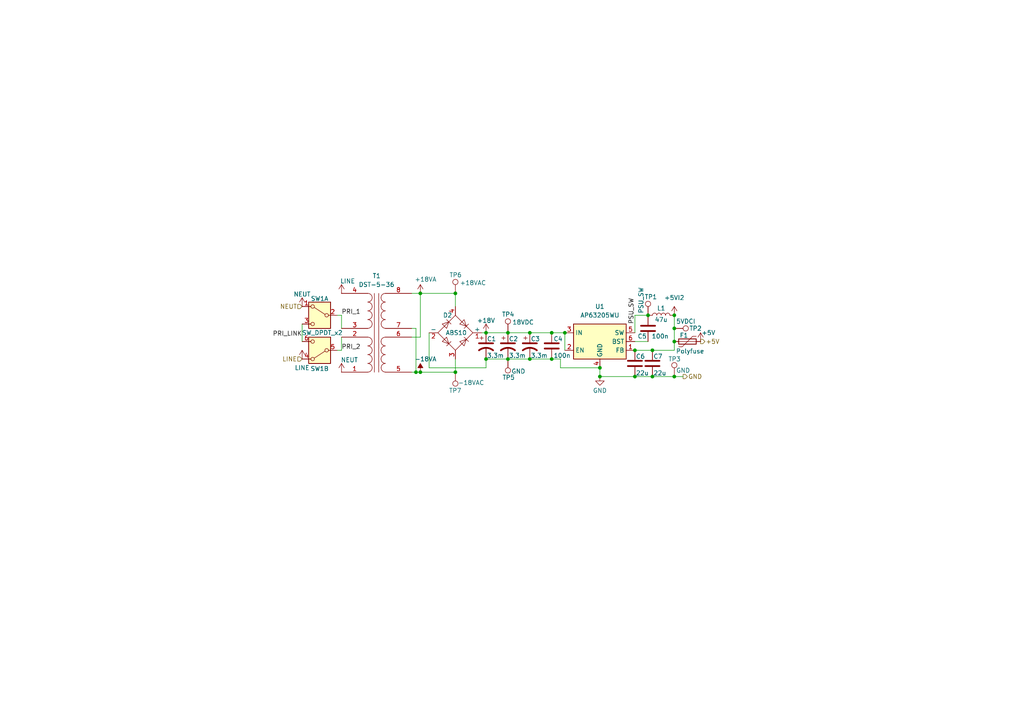
<source format=kicad_sch>
(kicad_sch (version 20231120) (generator "eeschema") (generator_version "8.0")
  (paper "A4")
  (lib_symbols
    (symbol "Connector:TestPoint" (pin_numbers hide) (pin_names (offset 0.762) hide)
      (property "Reference" "TP" (at 0 6.858 0))
      (property "Value" "TestPoint" (at 0 5.08 0))
      (symbol "TestPoint_0_1"
        (circle (center 0 3.302) (radius 0.762))
      )
      (symbol "TestPoint_1_1"
        (pin passive line (at 0 0 90) (length 2.54) (name "1") (number "1"))
      )
    )
    (symbol "Device:C" (pin_numbers hide) (pin_names (offset 0.254))
      (property "Reference" "C" (at 0.635 2.54 0))
      (property "Value" "C" (at 0.635 -2.54 0))
      (symbol "C_0_1"
        (polyline (pts (xy -2.032 -0.762) (xy 2.032 -0.762)) (stroke (width 0.508)))
        (polyline (pts (xy -2.032 0.762) (xy 2.032 0.762)) (stroke (width 0.508)))
      )
      (symbol "C_1_1"
        (pin passive line (at 0 3.81 270) (length 2.794) (name "~") (number "1"))
        (pin passive line (at 0 -3.81 90) (length 2.794) (name "~") (number "2"))
      )
    )
    (symbol "Device:C_Polarized_US" (pin_numbers hide) (pin_names (offset 0.254) hide)
      (property "Reference" "C" (at 0.635 2.54 0))
      (property "Value" "C_Polarized_US" (at 0.635 -2.54 0))
      (symbol "C_Polarized_US_0_1"
        (polyline (pts (xy -2.032 0.762) (xy 2.032 0.762)) (stroke (width 0.508)))
        (polyline (pts (xy -1.778 2.286) (xy -0.762 2.286)))
        (polyline (pts (xy -1.27 1.778) (xy -1.27 2.794)))
        (arc (start 2.032 -1.27) (mid 0 -0.5572) (end -2.032 -1.27) (stroke (width 0.508)))
      )
      (symbol "C_Polarized_US_1_1"
        (pin passive line (at 0 3.81 270) (length 2.794) (name "~") (number "1"))
        (pin passive line (at 0 -3.81 90) (length 3.302) (name "~") (number "2"))
      )
    )
    (symbol "Device:L" (pin_numbers hide) (pin_names (offset 1.016) hide)
      (property "Reference" "L" (at -1.27 0 90))
      (property "Value" "L" (at 1.905 0 90))
      (symbol "L_0_1"
        (arc (start 0 -2.54) (mid 0.6323 -1.905) (end 0 -1.27))
        (arc (start 0 -1.27) (mid 0.6323 -0.635) (end 0 0))
        (arc (start 0 0) (mid 0.6323 0.635) (end 0 1.27))
        (arc (start 0 1.27) (mid 0.6323 1.905) (end 0 2.54))
      )
      (symbol "L_1_1"
        (pin passive line (at 0 3.81 270) (length 1.27) (name "1") (number "1"))
        (pin passive line (at 0 -3.81 90) (length 1.27) (name "2") (number "2"))
      )
    )
    (symbol "Device:Polyfuse" (pin_numbers hide) (pin_names (offset 0))
      (property "Reference" "F" (at -2.54 0 90))
      (property "Value" "Polyfuse" (at 2.54 0 90))
      (symbol "Polyfuse_0_1"
        (rectangle (start -0.762 2.54) (end 0.762 -2.54) (stroke (width 0.254)))
        (polyline (pts (xy 0 2.54) (xy 0 -2.54)))
        (polyline (pts (xy -1.524 2.54) (xy -1.524 1.524) (xy 1.524 -1.524) (xy 1.524 -2.54)))
      )
      (symbol "Polyfuse_1_1"
        (pin passive line (at 0 3.81 270) (length 1.27) (name "~") (number "1"))
        (pin passive line (at 0 -3.81 90) (length 1.27) (name "~") (number "2"))
      )
    )
    (symbol "Diode_Bridge:ABS10" (pin_names (offset 0))
      (property "Reference" "D" (at 2.54 6.985 0))
      (property "Value" "ABS10" (at 2.54 5.08 0))
      (symbol "ABS10_0_1"
        (polyline (pts (xy -2.54 3.81) (xy -1.27 2.54)))
        (polyline (pts (xy -1.27 -2.54) (xy -2.54 -3.81)))
        (polyline (pts (xy 2.54 -1.27) (xy 3.81 -2.54)))
        (polyline (pts (xy 2.54 1.27) (xy 3.81 2.54)))
        (polyline (pts (xy -3.81 2.54) (xy -2.54 1.27) (xy -1.905 3.175) (xy -3.81 2.54)))
        (polyline (pts (xy -2.54 -1.27) (xy -3.81 -2.54) (xy -1.905 -3.175) (xy -2.54 -1.27)))
        (polyline (pts (xy 1.27 2.54) (xy 2.54 3.81) (xy 3.175 1.905) (xy 1.27 2.54)))
        (polyline (pts (xy 3.175 -1.905) (xy 1.27 -2.54) (xy 2.54 -3.81) (xy 3.175 -1.905)))
        (polyline (pts (xy -5.08 0) (xy 0 -5.08) (xy 5.08 0) (xy 0 5.08) (xy -5.08 0)))
      )
      (symbol "ABS10_1_1"
        (pin passive line (at 7.62 0 180) (length 2.54) (name "+") (number "1"))
        (pin passive line (at -7.62 0 0) (length 2.54) (name "-") (number "2"))
        (pin passive line (at 0 -7.62 90) (length 2.54) (name "~") (number "3"))
        (pin passive line (at 0 7.62 270) (length 2.54) (name "~") (number "4"))
      )
    )
    (symbol "Regulator_Switching:AP63205WU"
      (property "Reference" "U" (at -7.62 6.35 0))
      (property "Value" "AP63205WU" (at 2.54 6.35 0))
      (symbol "AP63205WU_0_1"
        (rectangle (start -7.62 5.08) (end 7.62 -5.08) (stroke (width 0.254)) (fill (type background)))
      )
      (symbol "AP63205WU_1_1"
        (pin input line (at 10.16 -2.54 180) (length 2.54) (name "FB") (number "1"))
        (pin input line (at -10.16 -2.54 0) (length 2.54) (name "EN") (number "2"))
        (pin power_in line (at -10.16 2.54 0) (length 2.54) (name "IN") (number "3"))
        (pin power_in line (at 0 -7.62 90) (length 2.54) (name "GND") (number "4"))
        (pin output line (at 10.16 2.54 180) (length 2.54) (name "SW") (number "5"))
        (pin passive line (at 10.16 0 180) (length 2.54) (name "BST") (number "6"))
      )
    )
    (symbol "Switch:SW_DPDT_x2" (pin_names (offset 0) hide)
      (property "Reference" "SW" (at 0 5.08 0))
      (property "Value" "SW_DPDT_x2" (at 0 -5.08 0))
      (symbol "SW_DPDT_x2_0_0"
        (circle (center -2.032 0) (radius 0.508))
        (circle (center 2.032 -2.54) (radius 0.508))
      )
      (symbol "SW_DPDT_x2_0_1"
        (rectangle (start -3.175 3.81) (end 3.175 -3.81) (stroke (width 0.254)) (fill (type background)))
        (polyline (pts (xy -1.524 0.254) (xy 1.5748 2.286)))
        (circle (center 2.032 2.54) (radius 0.508))
      )
      (symbol "SW_DPDT_x2_1_1"
        (pin passive line (at 5.08 2.54 180) (length 2.54) (name "A") (number "1"))
        (pin passive line (at -5.08 0 0) (length 2.54) (name "B") (number "2"))
        (pin passive line (at 5.08 -2.54 180) (length 2.54) (name "C") (number "3"))
      )
      (symbol "SW_DPDT_x2_2_1"
        (pin passive line (at 5.08 2.54 180) (length 2.54) (name "A") (number "4"))
        (pin passive line (at -5.08 0 0) (length 2.54) (name "B") (number "5"))
        (pin passive line (at 5.08 -2.54 180) (length 2.54) (name "C") (number "6"))
      )
    )
    (symbol "power:+5V" (power) (pin_numbers hide) (pin_names (offset 0) hide)
      (property "Value" "+5V" (at 0 3.556 0))
      (symbol "+5V_0_1"
        (polyline (pts (xy -0.762 1.27) (xy 0 2.54)))
        (polyline (pts (xy 0 0) (xy 0 2.54)))
        (polyline (pts (xy 0 2.54) (xy 0.762 1.27)))
      )
      (symbol "+5V_1_1"
        (pin power_in line (at 0 0 90) (length 0) (name "~") (number "1"))
      )
    )
    (symbol "power:+8V" (power) (pin_numbers hide) (pin_names (offset 0) hide)
      (property "Value" "+8V" (at 0 3.556 0))
      (symbol "+8V_0_1"
        (polyline (pts (xy -0.762 1.27) (xy 0 2.54)))
        (polyline (pts (xy 0 0) (xy 0 2.54)))
        (polyline (pts (xy 0 2.54) (xy 0.762 1.27)))
      )
      (symbol "+8V_1_1"
        (pin power_in line (at 0 0 90) (length 0) (name "~") (number "1"))
      )
    )
    (symbol "power:GND" (power) (pin_numbers hide) (pin_names (offset 0) hide)
      (property "Value" "GND" (at 0 -3.81 0))
      (symbol "GND_0_1"
        (polyline (pts (xy 0 0) (xy 0 -1.27) (xy 1.27 -1.27) (xy 0 -2.54) (xy -1.27 -1.27) (xy 0 -1.27)))
      )
      (symbol "GND_1_1"
        (pin power_in line (at 0 0 270) (length 0) (name "~") (number "1"))
      )
    )
    (symbol "power:LINE" (power) (pin_numbers hide) (pin_names (offset 0) hide)
      (property "Value" "LINE" (at 0 3.556 0))
      (symbol "LINE_0_1"
        (polyline (pts (xy -0.762 1.27) (xy 0 2.54)))
        (polyline (pts (xy 0 0) (xy 0 2.54)))
        (polyline (pts (xy 0 2.54) (xy 0.762 1.27)))
      )
      (symbol "LINE_1_1"
        (pin power_in line (at 0 0 90) (length 0) (name "~") (number "1"))
      )
    )
    (symbol "power:NEUT" (power) (pin_numbers hide) (pin_names (offset 0) hide)
      (property "Value" "NEUT" (at 0 3.556 0))
      (symbol "NEUT_0_1"
        (polyline (pts (xy -0.762 1.27) (xy 0 2.54)))
        (polyline (pts (xy 0 0) (xy 0 2.54)))
        (polyline (pts (xy 0 2.54) (xy 0.762 1.27)))
      )
      (symbol "NEUT_1_1"
        (pin power_in line (at 0 0 90) (length 0) (name "~") (number "1"))
      )
    )
    (symbol "sierrathon_power:+8VA" (power) (pin_numbers hide) (pin_names (offset 0) hide)
      (property "Value" "+8VA" (at 0 3.556 0))
      (symbol "+8VA_0_1"
        (polyline (pts (xy -0.762 1.27) (xy 0 2.54)))
        (polyline (pts (xy 0 0) (xy 0 2.54)))
        (polyline (pts (xy 0 2.54) (xy 0.762 1.27)))
      )
      (symbol "+8VA_1_1"
        (pin power_in line (at 0 0 90) (length 0) (name "~") (number "1"))
      )
    )
    (symbol "sierrathon_power:-8VA" (power) (pin_numbers hide) (pin_names (offset 0) hide)
      (property "Value" "-8VA" (at 0 3.556 0))
      (symbol "-8VA_0_0"
        (pin power_in line (at 0 0 90) (length 0) (name "~") (number "1"))
      )
      (symbol "-8VA_0_1"
        (polyline (pts (xy 0 0) (xy 0 1.27) (xy 0.762 1.27) (xy 0 2.54) (xy -0.762 1.27) (xy 0 1.27)) (fill (type outline)))
      )
    )
    (symbol "sierrathon_power:Transformer_2P2S"
      (property "Reference" "T" (at 0 12.7 0))
      (symbol "Transformer_2P2S_0_1"
        (arc (start -2.54 -11.4046) (mid -1.6561 -11.0363) (end -1.27 -10.16))
        (arc (start -2.54 -8.8646) (mid -1.6561 -8.4963) (end -1.27 -7.62))
        (arc (start -2.54 -6.3246) (mid -1.6561 -5.9563) (end -1.27 -5.08))
        (arc (start -2.54 -3.7846) (mid -1.6561 -3.4163) (end -1.27 -2.54))
        (arc (start -2.54 1.2954) (mid -1.6561 1.6637) (end -1.27 2.54))
        (arc (start -2.54 3.8354) (mid -1.6561 4.2037) (end -1.27 5.08))
        (arc (start -2.54 6.3754) (mid -1.6561 6.7437) (end -1.27 7.62))
        (arc (start -2.54 8.9154) (mid -1.6561 9.2837) (end -1.27 10.16))
        (arc (start -1.27 -10.16) (mid -1.642 -9.262) (end -2.54 -8.89))
        (arc (start -1.27 -7.62) (mid -1.642 -6.722) (end -2.54 -6.35))
        (arc (start -1.27 -5.08) (mid -1.642 -4.182) (end -2.54 -3.81))
        (arc (start -1.27 -2.54) (mid -1.642 -1.642) (end -2.54 -1.27))
        (arc (start -1.27 2.54) (mid -1.642 3.438) (end -2.54 3.81))
        (arc (start -1.27 5.08) (mid -1.642 5.978) (end -2.54 6.35))
        (arc (start -1.27 7.62) (mid -1.642 8.518) (end -2.54 8.89))
        (arc (start -1.27 10.16) (mid -1.642 11.058) (end -2.54 11.43))
        (polyline (pts (xy -0.635 11.43) (xy -0.635 -11.43)))
        (polyline (pts (xy 0.635 -11.43) (xy 0.635 11.43)))
        (arc (start 1.2954 -7.62) (mid 1.6599 -8.5001) (end 2.54 -8.8646))
        (arc (start 1.2954 -5.08) (mid 1.6599 -5.9601) (end 2.54 -6.3246))
        (arc (start 1.2954 -2.54) (mid 1.6599 -3.4201) (end 2.54 -3.7846))
        (arc (start 1.2954 5.08) (mid 1.6599 4.1999) (end 2.54 3.8354))
        (arc (start 1.2954 7.62) (mid 1.6599 6.7399) (end 2.54 6.3754))
        (arc (start 1.2954 10.16) (mid 1.6599 9.2799) (end 2.54 8.9154))
        (arc (start 1.3208 -10.16) (mid 1.6854 -11.0399) (end 2.5654 -11.4046))
        (arc (start 1.3208 2.54) (mid 1.6854 1.6601) (end 2.5654 1.2954))
        (arc (start 2.54 -6.35) (mid 1.6458 -6.7185) (end 1.2954 -7.62))
        (arc (start 2.54 -3.81) (mid 1.6458 -4.1785) (end 1.2954 -5.08))
        (arc (start 2.54 -1.27) (mid 1.6458 -1.6385) (end 1.2954 -2.54))
        (arc (start 2.54 6.35) (mid 1.6458 5.9815) (end 1.2954 5.08))
        (arc (start 2.54 8.89) (mid 1.6458 8.5215) (end 1.2954 7.62))
        (arc (start 2.54 11.43) (mid 1.6458 11.0615) (end 1.2954 10.16))
        (arc (start 2.5654 -8.89) (mid 1.6709 -9.2583) (end 1.3208 -10.16))
        (arc (start 2.5654 3.81) (mid 1.6709 3.4417) (end 1.3208 2.54))
      )
      (symbol "Transformer_2P2S_1_1"
        (pin passive line (at -10.16 -11.43 0) (length 7.62) (name "") (number "1"))
        (pin passive line (at -10.16 -1.27 0) (length 7.62) (name "") (number "2"))
        (pin passive line (at -10.16 1.27 0) (length 7.62) (name "") (number "3"))
        (pin passive line (at -10.16 11.43 0) (length 7.62) (name "") (number "4"))
        (pin passive line (at 10.16 -11.43 180) (length 7.62) (name "") (number "5"))
        (pin passive line (at 10.16 -1.27 180) (length 7.62) (name "") (number "6"))
        (pin passive line (at 10.16 1.27 180) (length 7.62) (name "") (number "7"))
        (pin passive line (at 10.16 11.43 180) (length 7.62) (name "") (number "8"))
      )
    )
  )
  (junction (at 173.99 109.22))
  (junction (at 140.97 96.52))
  (junction (at 163.83 96.52))
  (junction (at 132.08 107.95))
  (junction (at 147.32 96.52))
  (junction (at 121.92 85.09))
  (junction (at 189.23 109.22))
  (junction (at 195.58 99.06))
  (junction (at 195.58 91.44))
  (junction (at 184.15 101.6))
  (junction (at 160.02 96.52))
  (junction (at 195.58 95.25))
  (junction (at 184.15 109.22))
  (junction (at 189.23 101.6))
  (junction (at 120.65 107.95))
  (junction (at 187.96 91.44))
  (junction (at 121.92 107.95))
  (junction (at 153.67 96.52))
  (junction (at 160.02 104.14))
  (junction (at 173.99 106.68))
  (junction (at 140.97 104.14))
  (junction (at 153.67 104.14))
  (junction (at 147.32 104.14))
  (junction (at 132.08 85.09))
  (junction (at 195.58 109.22))
  (wire (pts (xy 124.46 106.68) (xy 140.97 106.68)))
  (wire (pts (xy 147.32 96.52) (xy 153.67 96.52)))
  (wire (pts (xy 160.02 96.52) (xy 163.83 96.52)))
  (wire (pts (xy 140.97 106.68) (xy 140.97 104.14)))
  (wire (pts (xy 97.79 101.6) (xy 99.06 101.6)))
  (wire (pts (xy 173.99 109.22) (xy 173.99 106.68)))
  (wire (pts (xy 120.65 107.95) (xy 119.38 107.95)))
  (wire (pts (xy 162.56 106.68) (xy 173.99 106.68)))
  (wire (pts (xy 195.58 95.25) (xy 195.58 99.06)))
  (wire (pts (xy 121.92 97.79) (xy 121.92 85.09)))
  (wire (pts (xy 121.92 85.09) (xy 119.38 85.09)))
  (wire (pts (xy 147.32 104.14) (xy 153.67 104.14)))
  (wire (pts (xy 119.38 97.79) (xy 121.92 97.79)))
  (wire (pts (xy 121.92 107.95) (xy 132.08 107.95)))
  (wire (pts (xy 184.15 91.44) (xy 184.15 96.52)))
  (wire (pts (xy 140.97 104.14) (xy 147.32 104.14)))
  (wire (pts (xy 184.15 99.06) (xy 187.96 99.06)))
  (wire (pts (xy 99.06 91.44) (xy 97.79 91.44)))
  (wire (pts (xy 99.06 91.44) (xy 99.06 95.25)))
  (wire (pts (xy 132.08 85.09) (xy 132.08 88.9)))
  (wire (pts (xy 184.15 109.22) (xy 189.23 109.22)))
  (wire (pts (xy 173.99 109.22) (xy 184.15 109.22)))
  (wire (pts (xy 187.96 91.44) (xy 184.15 91.44)))
  (wire (pts (xy 162.56 104.14) (xy 162.56 106.68)))
  (wire (pts (xy 153.67 104.14) (xy 160.02 104.14)))
  (wire (pts (xy 132.08 107.95) (xy 132.08 104.14)))
  (wire (pts (xy 189.23 101.6) (xy 195.58 101.6)))
  (wire (pts (xy 120.65 107.95) (xy 121.92 107.95)))
  (wire (pts (xy 195.58 109.22) (xy 198.12 109.22)))
  (wire (pts (xy 124.46 96.52) (xy 124.46 106.68)))
  (wire (pts (xy 184.15 101.6) (xy 189.23 101.6)))
  (wire (pts (xy 121.92 85.09) (xy 132.08 85.09)))
  (wire (pts (xy 139.7 96.52) (xy 140.97 96.52)))
  (wire (pts (xy 153.67 96.52) (xy 160.02 96.52)))
  (wire (pts (xy 99.06 101.6) (xy 99.06 97.79)))
  (wire (pts (xy 163.83 96.52) (xy 163.83 101.6)))
  (wire (pts (xy 189.23 109.22) (xy 195.58 109.22)))
  (wire (pts (xy 195.58 99.06) (xy 195.58 101.6)))
  (wire (pts (xy 87.63 93.98) (xy 87.63 99.06)))
  (wire (pts (xy 140.97 96.52) (xy 147.32 96.52)))
  (wire (pts (xy 120.65 95.25) (xy 120.65 107.95)))
  (wire (pts (xy 195.58 91.44) (xy 195.58 95.25)))
  (wire (pts (xy 119.38 95.25) (xy 120.65 95.25)))
  (wire (pts (xy 160.02 104.14) (xy 162.56 104.14)))
  (label "PRI_LINK" (at 87.63 97.79 180))
  (label "PSU_SW" (at 184.15 93.98 90))
  (label "PRI_2" (at 99.06 101.6 0))
  (label "PRI_1" (at 99.06 91.44 0))
  (hierarchical_label "GND" (shape output) (at 198.12 109.22 0))
  (hierarchical_label "LINE" (shape input) (at 87.63 104.14 180))
  (hierarchical_label "NEUT" (shape input) (at 87.63 88.9 180))
  (hierarchical_label "+5V" (shape output) (at 203.2 99.06 0))
  (symbol (lib_id "power:+8V") (at 140.97 96.52 0) (unit 1)
    (property "Reference" "#PWR0102" (effects (hide yes)))
    (property "Value" "+18V" (at 140.97 92.964 0))
    (property "Description" "Power symbol creates a global label with name \"+8V\"" (effects (hide yes)))
    (instances (project "control" (path "" (reference "#PWR0102") (unit 1))) (project "control" (path "" (reference "#PWR010") (unit 1))))
  )
  (symbol (lib_id "Device:C") (at 160.02 100.33 0) (unit 1)
    (property "Reference" "C4" (at 160.528 98.298 0) (effects (justify left)))
    (property "Value" "100n" (at 160.528 103.124 0) (effects (justify left)))
    (property "Footprint" "Capacitor_SMD:C_0402_1005Metric_Pad0.74x0.62mm_HandSolder" (effects (hide yes)))
    (property "Description" "Unpolarized capacitor" (effects (hide yes)))
    (property "PN" "CGA2B3X7R1V104K050BB" (effects (hide yes)))
  )
  (symbol (lib_id "Device:C") (at 187.96 95.25 0) (unit 1)
    (property "Reference" "C5" (at 184.912 97.536 0) (effects (justify left)))
    (property "Value" "100n" (at 188.976 97.536 0) (effects (justify left)))
    (property "Footprint" "Capacitor_SMD:C_0402_1005Metric_Pad0.74x0.62mm_HandSolder" (effects (hide yes)))
    (property "Description" "Unpolarized capacitor" (effects (hide yes)))
    (property "PN" "GCM155R71C104KA55D" (effects (hide yes)))
  )
  (symbol (lib_id "power:GND") (at 173.99 109.22 0) (unit 1)
    (property "Reference" "#PWR0101" (effects (hide yes)))
    (property "Value" "GND" (at 173.99 113.284 0))
    (property "Description" "Power symbol creates a global label with name \"GND\" , ground" (effects (hide yes)))
    (instances (project "control" (path "" (reference "#PWR0101") (unit 1))) (project "control" (path "" (reference "#PWR011") (unit 1))))
  )
  (symbol (lib_id "Connector:TestPoint") (at 132.08 85.09 0) (unit 1)
    (property "Reference" "TP6" (at 130.302 79.756 0) (effects (justify left)))
    (property "Value" "+18VAC" (at 133.35 82.042 0) (effects (justify left)))
    (property "Description" "test point" (effects (hide yes)))
  )
  (symbol (lib_id "Connector:TestPoint") (at 147.32 96.52 0) (unit 1)
    (property "Reference" "TP4" (at 145.542 91.186 0) (effects (justify left)))
    (property "Value" "18VDC" (at 148.59 93.472 0) (effects (justify left)))
    (property "Description" "test point" (effects (hide yes)))
  )
  (symbol (lib_id "power:+5V") (at 195.58 91.44 0) (unit 1)
    (property "Reference" "#PWR0109" (effects (hide yes)))
    (property "Value" "+5VI2" (at 195.58 86.36 0))
    (property "Description" "Power symbol creates a global label with name \"+5V\"" (effects (hide yes)))
    (instances (project "control" (path "" (reference "#PWR0109") (unit 1))) (project "control" (path "" (reference "#PWR015") (unit 1))))
  )
  (symbol (lib_id "power:LINE") (at 87.63 104.14 0) (unit 1)
    (property "Reference" "#PWR0106" (effects (hide yes)))
    (property "Value" "LINE" (at 87.63 106.68 0))
    (property "Description" "Power symbol creates a global label with name \"LINE\"" (effects (hide yes)))
    (instances (project "control" (path "" (reference "#PWR0106") (unit 1))) (project "control" (path "" (reference "#PWR07") (unit 1))))
  )
  (symbol (lib_id "Device:L") (at 191.77 91.44 90) (unit 1)
    (property "Reference" "L1" (at 191.77 89.408 90))
    (property "Value" "47u" (at 191.77 92.71 90))
    (property "Footprint" "Inductor_SMD:L_Coilcraft_MSS1278-XXX" (effects (hide yes)))
    (property "Description" "Inductor" (effects (hide yes)))
    (property "PN" "MSS1278-473MLD" (effects (hide yes)))
  )
  (symbol (lib_id "power:+5V") (at 203.2 99.06 0) (unit 1)
    (property "Reference" "#PWR018" (effects (hide yes)))
    (property "Value" "+5V" (at 205.486 96.52 0))
    (property "Description" "Power symbol creates a global label with name \"+5V\"" (effects (hide yes)))
  )
  (symbol (lib_id "Device:C_Polarized_US") (at 147.32 100.33 0) (unit 1)
    (property "Reference" "C2" (at 147.574 98.298 0) (effects (justify left)))
    (property "Value" "3.3m" (at 147.574 103.124 0) (effects (justify left)))
    (property "Footprint" "Capacitor_THT:CP_Radial_D18.0mm_P7.50mm" (effects (hide yes)))
    (property "Description" "Polarized capacitor, US symbol" (effects (hide yes)))
    (property "PN" "MAL215051332E3" (effects (hide yes)))
  )
  (symbol (lib_id "Connector:TestPoint") (at 147.32 104.14 180) (unit 1)
    (property "Reference" "TP5" (at 149.352 109.474 0) (effects (justify left)))
    (property "Value" "GND" (at 152.4 107.696 0) (effects (justify left)))
    (property "Description" "test point" (effects (hide yes)))
  )
  (symbol (lib_id "power:NEUT") (at 99.06 107.95 0) (unit 1)
    (property "Reference" "#PWR0108" (effects (hide yes)))
    (property "Value" "NEUT" (at 101.346 104.394 0))
    (property "Description" "Power symbol creates a global label with name \"NEUT\"" (effects (hide yes)))
    (instances (project "control" (path "" (reference "#PWR0108") (unit 1))) (project "control" (path "" (reference "#PWR05") (unit 1))))
  )
  (symbol (lib_id "Regulator_Switching:AP63205WU") (at 173.99 99.06 0) (unit 1)
    (property "Reference" "U1" (at 173.99 88.9 0))
    (property "Value" "AP63205WU" (at 173.99 91.44 0))
    (property "Footprint" "Package_TO_SOT_SMD:TSOT-23-6" (effects (hide yes)))
    (property "Datasheet" "https://www.diodes.com/assets/Datasheets/AP63200-AP63201-AP63203-AP63205.pdf" (effects (hide yes)))
    (property "Description" "2A, 1.1MHz Buck DC/DC Converter, fixed 5.0V output voltage, TSOT-23-6" (effects (hide yes)))
    (property "PN" "AP63205WU-7" (effects (hide yes)))
  )
  (symbol (lib_id "sierrathon_power:+8VA") (at 121.92 85.09 0) (unit 1)
    (property "Reference" "#PWR0103" (effects (hide yes)))
    (property "Value" "+18VA" (at 123.444 81.026 0))
    (property "Description" "Power symbol creates a global label with name \"+5V\"" (effects (hide yes)))
    (instances (project "control" (path "" (reference "#PWR0103") (unit 1))) (project "control" (path "" (reference "#PWR08") (unit 1))))
  )
  (symbol (lib_id "Connector:TestPoint") (at 195.58 95.25 270) (unit 1)
    (property "Reference" "TP2" (at 199.898 95.25 90) (effects (justify left)))
    (property "Value" "5VDCI" (at 196.088 93.218 90) (effects (justify left)))
    (property "Description" "test point" (effects (hide yes)))
  )
  (symbol (lib_id "sierrathon_power:-8VA") (at 121.92 107.95 0) (unit 1)
    (property "Reference" "#PWR0104" (effects (hide yes)))
    (property "Value" "-18VA" (at 123.444 104.14 0))
    (property "Description" "Power symbol creates a global label with name \"-5VA\"" (effects (hide yes)))
    (instances (project "control" (path "" (reference "#PWR0104") (unit 1))) (project "control" (path "" (reference "#PWR09") (unit 1))))
  )
  (symbol (lib_id "Device:C") (at 184.15 105.41 0) (unit 1)
    (property "Reference" "C6" (at 184.404 103.378 0) (effects (justify left)))
    (property "Value" "22u" (at 184.404 108.204 0) (effects (justify left)))
    (property "Footprint" "Capacitor_SMD:C_1206_3216Metric_Pad1.33x1.80mm_HandSolder" (effects (hide yes)))
    (property "Description" "Unpolarized capacitor" (effects (hide yes)))
    (property "PN" "GRM31CZ71C226ME15L" (effects (hide yes)))
  )
  (symbol (lib_id "power:LINE") (at 99.06 85.09 0) (unit 1)
    (property "Reference" "#PWR0105" (effects (hide yes)))
    (property "Value" "LINE" (at 100.838 81.534 0))
    (property "Description" "Power symbol creates a global label with name \"LINE\"" (effects (hide yes)))
    (instances (project "control" (path "" (reference "#PWR0105") (unit 1))) (project "control" (path "" (reference "#PWR04") (unit 1))))
  )
  (symbol (lib_id "Switch:SW_DPDT_x2") (at 92.71 91.44 0) (mirror y) (unit 1)
    (property "Reference" "SW1" (at 92.71 86.614 0))
    (property "Value" "SW_DPDT_x2" (at 93.472 96.52 0))
    (property "Description" "Switch, dual pole double throw, separate symbols" (effects (hide yes)))
  )
  (symbol (lib_id "sierrathon_power:Transformer_2P2S") (at 109.22 96.52 0) (unit 1)
    (property "Reference" "T1" (at 109.2327 80.01 0))
    (property "Value" "DST-5-36" (at 109.2327 82.55 0))
    (property "PN" "DST-5-36" (effects (hide yes)))
  )
  (symbol (lib_id "Connector:TestPoint") (at 132.08 107.95 180) (unit 1)
    (property "Reference" "TP7" (at 133.858 113.284 0) (effects (justify left)))
    (property "Value" "-18VAC" (at 140.462 110.998 0) (effects (justify left)))
    (property "Description" "test point" (effects (hide yes)))
  )
  (symbol (lib_id "Device:C_Polarized_US") (at 153.67 100.33 0) (unit 1)
    (property "Reference" "C3" (at 153.924 98.298 0) (effects (justify left)))
    (property "Value" "3.3m" (at 153.924 103.124 0) (effects (justify left)))
    (property "Footprint" "Capacitor_THT:CP_Radial_D18.0mm_P7.50mm" (effects (hide yes)))
    (property "Description" "Polarized capacitor, US symbol" (effects (hide yes)))
    (property "PN" "MAL215051332E3" (effects (hide yes)))
  )
  (symbol (lib_id "Connector:TestPoint") (at 187.96 91.44 0) (unit 1)
    (property "Reference" "TP1" (at 186.944 86.106 0) (effects (justify left)))
    (property "Value" "PSU_SW" (at 185.928 90.932 90) (effects (justify left)))
    (property "Description" "test point" (effects (hide yes)))
  )
  (symbol (lib_id "Switch:SW_DPDT_x2") (at 92.71 101.6 180) (unit 2)
    (property "Reference" "SW1" (at 92.71 106.934 0))
    (property "Value" "SW_DPDT_x2" (effects (hide yes)))
    (property "Description" "Switch, dual pole double throw, separate symbols" (effects (hide yes)))
  )
  (symbol (lib_id "Device:Polyfuse") (at 199.39 99.06 90) (unit 1)
    (property "Reference" "F1" (at 198.374 97.282 90))
    (property "Value" "Polyfuse" (at 200.152 101.854 90))
    (property "Description" "Resettable fuse, polymeric positive temperature coefficient" (effects (hide yes)))
  )
  (symbol (lib_id "Connector:TestPoint") (at 195.58 109.22 0) (unit 1)
    (property "Reference" "TP3" (at 193.802 104.14 0) (effects (justify left)))
    (property "Value" "GND" (at 196.088 107.442 0) (effects (justify left)))
    (property "Description" "test point" (effects (hide yes)))
  )
  (symbol (lib_id "Device:C") (at 189.23 105.41 0) (unit 1)
    (property "Reference" "C7" (at 189.484 103.378 0) (effects (justify left)))
    (property "Value" "22u" (at 189.484 108.204 0) (effects (justify left)))
    (property "Footprint" "Capacitor_SMD:C_1206_3216Metric_Pad1.33x1.80mm_HandSolder" (effects (hide yes)))
    (property "Description" "Unpolarized capacitor" (effects (hide yes)))
    (property "PN" "GRM31CZ71C226ME15L" (effects (hide yes)))
  )
  (symbol (lib_id "Device:C_Polarized_US") (at 140.97 100.33 0) (unit 1)
    (property "Reference" "C1" (at 141.224 98.298 0) (effects (justify left)))
    (property "Value" "3.3m" (at 141.224 103.124 0) (effects (justify left)))
    (property "Footprint" "Capacitor_THT:CP_Radial_D18.0mm_P7.50mm" (effects (hide yes)))
    (property "Description" "Polarized capacitor, US symbol" (effects (hide yes)))
    (property "PN" "MAL215051332E3" (effects (hide yes)))
  )
  (symbol (lib_id "Diode_Bridge:ABS10") (at 132.08 96.52 0) (unit 1)
    (property "Reference" "D2" (at 129.794 91.44 0))
    (property "Value" "ABS10" (at 132.334 96.52 0))
    (property "Footprint" "Diode_SMD:Diode_Bridge_Diotec_ABS" (effects (hide yes)))
    (property "Datasheet" "https://diotec.com/tl_files/diotec/files/pdf/datasheets/abs2.pdf" (effects (hide yes)))
    (property "Description" "Miniature Glass Passivated Single-Phase Surface Mount Bridge Rectifiers, 700V Vrms, 0.8A If, ABS SMD package" (effects (hide yes)))
    (property "PN" "ABS10A-13" (effects (hide yes)))
  )
  (symbol (lib_id "power:NEUT") (at 87.63 88.9 0) (unit 1)
    (property "Reference" "#PWR0107" (effects (hide yes)))
    (property "Value" "NEUT" (at 87.63 85.344 0))
    (property "Description" "Power symbol creates a global label with name \"NEUT\"" (effects (hide yes)))
    (instances (project "control" (path "" (reference "#PWR0107") (unit 1))) (project "control" (path "" (reference "#PWR06") (unit 1))))
  )
)
</source>
